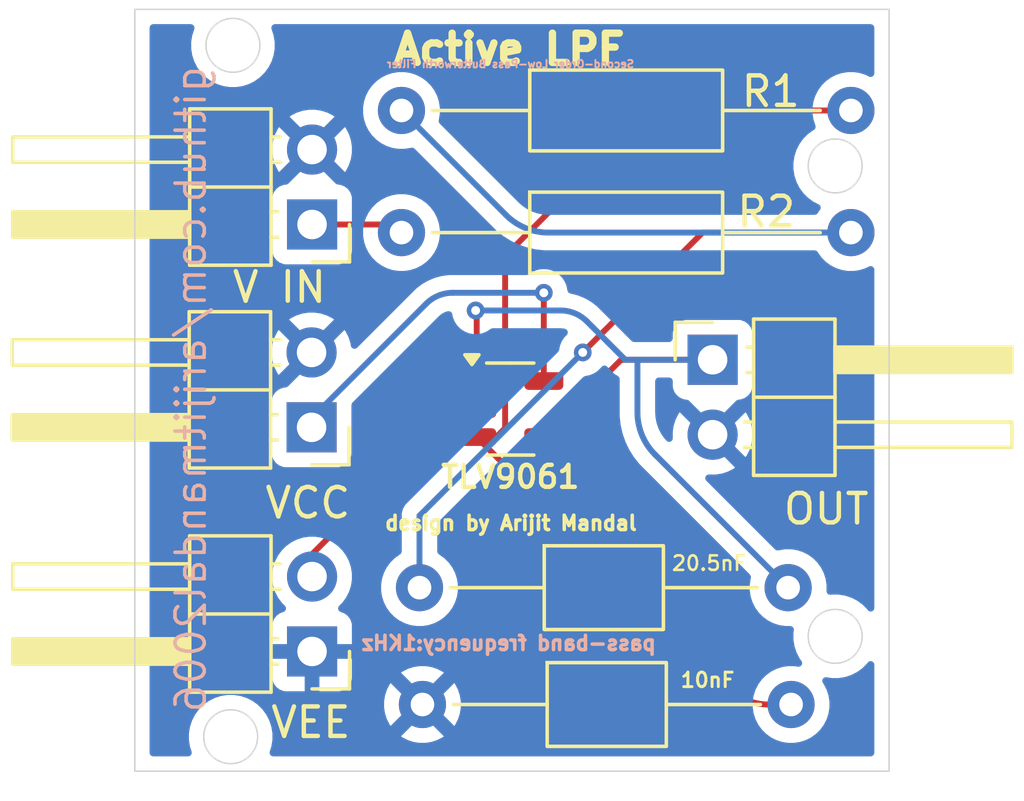
<source format=kicad_pcb>
(kicad_pcb (version 20241229) (generator "pcbnew") (generator_version "9.0")
  (layers (0 "F.Cu" signal) (2 "B.Cu" signal) (13 "F.Paste" user) (15 "B.Paste" user) (5 "F.SilkS" user "F.Silkscreen") (7 "B.SilkS" user "B.Silkscreen") (1 "F.Mask" user) (3 "B.Mask" user) (25 "Edge.Cuts" user))
  (net 0 "")
  (net 1 "out")
  (net 2 "Net-(C1-Pad1)")
  (net 3 "GND")
  (net 4 "Net-(U1-+)")
  (net 5 "in")
  (net 6 "VEE")
  (net 7 "VCC")
  (footprint "Capacitor_THT:C_Axial_L3.8mm_D2.6mm_P12.50mm_Horizontal" (layer "F.Cu") (at 139.3714 98.806)
    (property "Reference" "20.5nF" (at 9.8186 -0.826 0) (layer "F.SilkS") (effects (font (size 0.492 0.492) (thickness 0.087) (bold yes))))
    (property "Value" "20.5n")
    (fp_line (start 1.04 0) (end 4.23 0) (stroke (width 0.12)) (layer "F.SilkS"))
    (fp_line (start 11.46 0) (end 8.27 0) (stroke (width 0.12)) (layer "F.SilkS"))
    (fp_rect (start 4.23 -1.42) (end 8.27 1.42) (stroke (width 0.12)) (fill no) (layer "F.SilkS"))
    (pad "1" thru_hole circle (at 0 0) (size 1.6 1.6) (drill 0.8) (layers "*.Cu" "*.Mask") (net 2 "Net-(C1-Pad1)"))
    (pad "2" thru_hole circle (at 12.5 0) (size 1.6 1.6) (drill 0.8) (layers "*.Cu" "*.Mask") (net 1 "out"))
  )
  (footprint "Resistor_THT:R_Axial_DIN0207_L6.3mm_D2.5mm_P15.24mm_Horizontal" (layer "F.Cu") (at 138.7602 86.7664)
    (property "Reference" "R2" (at 12.3698 -0.7064 0) (layer "F.SilkS"))
    (property "Value" "9.53k")
    (fp_line (start 1.04 0) (end 4.35 0) (stroke (width 0.12)) (layer "F.SilkS"))
    (fp_line (start 14.2 0) (end 10.89 0) (stroke (width 0.12)) (layer "F.SilkS"))
    (fp_rect (start 4.35 -1.37) (end 10.89 1.37) (stroke (width 0.12)) (fill no) (layer "F.SilkS"))
    (pad "1" thru_hole circle (at 0 0) (size 1.6 1.6) (drill 0.8) (layers "*.Cu" "*.Mask") (net 5 "in"))
    (pad "2" thru_hole circle (at 15.24 0) (size 1.6 1.6) (drill 0.8) (layers "*.Cu" "*.Mask") (net 2 "Net-(C1-Pad1)"))
  )
  (footprint "Connector_PinHeader_2.54mm:PinHeader_1x02_P2.54mm_Horizontal" (layer "F.Cu") (at 149.3104 91.0794)
    (property "Reference" "OUT" (at 3.8516 5.0596 0) (layer "F.SilkS"))
    (property "Value" "OUT")
    (fp_line (start -1.27 -1.27) (end 0 -1.27) (stroke (width 0.12)) (layer "F.SilkS"))
    (fp_line (start -1.27 0) (end -1.27 -1.27) (stroke (width 0.12)) (layer "F.SilkS"))
    (fp_line (start 1.077358 2.11) (end 1.39 2.11) (stroke (width 0.12)) (layer "F.SilkS"))
    (fp_line (start 1.077358 2.97) (end 1.39 2.97) (stroke (width 0.12)) (layer "F.SilkS"))
    (fp_line (start 1.16 -0.43) (end 1.39 -0.43) (stroke (width 0.12)) (layer "F.SilkS"))
    (fp_line (start 1.16 0.43) (end 1.39 0.43) (stroke (width 0.12)) (layer "F.SilkS"))
    (fp_line (start 1.39 -1.38) (end 1.39 3.92) (stroke (width 0.12)) (layer "F.SilkS"))
    (fp_line (start 1.39 1.27) (end 4.15 1.27) (stroke (width 0.12)) (layer "F.SilkS"))
    (fp_line (start 1.39 3.92) (end 4.15 3.92) (stroke (width 0.12)) (layer "F.SilkS"))
    (fp_line (start 4.15 -1.38) (end 1.39 -1.38) (stroke (width 0.12)) (layer "F.SilkS"))
    (fp_line (start 4.15 2.11) (end 10.15 2.11) (stroke (width 0.12)) (layer "F.SilkS"))
    (fp_line (start 4.15 3.92) (end 4.15 -1.38) (stroke (width 0.12)) (layer "F.SilkS"))
    (fp_line (start 10.15 2.11) (end 10.15 2.97) (stroke (width 0.12)) (layer "F.SilkS"))
    (fp_line (start 10.15 2.97) (end 4.15 2.97) (stroke (width 0.12)) (layer "F.SilkS"))
    (fp_rect (start 4.15 -0.43) (end 10.15 0.43) (stroke (width 0.12)) (fill yes) (layer "F.SilkS"))
    (pad "1" thru_hole rect (at 0 0) (size 1.7 1.7) (drill 1) (layers "*.Cu" "*.Mask") (net 1 "out"))
    (pad "2" thru_hole circle (at 0 2.54) (size 1.7 1.7) (drill 1) (layers "*.Cu" "*.Mask") (net 3 "GND"))
  )
  (footprint "Capacitor_THT:C_Axial_L3.8mm_D2.6mm_P12.50mm_Horizontal" (layer "F.Cu") (at 139.4714 102.7684)
    (property "Reference" "10nF" (at 9.6686 -0.8284 0) (layer "F.SilkS") (effects (font (size 0.492 0.492) (thickness 0.0992))))
    (property "Value" "10n")
    (fp_line (start 1.04 0) (end 4.23 0) (stroke (width 0.12)) (layer "F.SilkS"))
    (fp_line (start 11.46 0) (end 8.27 0) (stroke (width 0.12)) (layer "F.SilkS"))
    (fp_rect (start 4.23 -1.42) (end 8.27 1.42) (stroke (width 0.12)) (fill no) (layer "F.SilkS"))
    (pad "1" thru_hole circle (at 0 0) (size 1.6 1.6) (drill 0.8) (layers "*.Cu" "*.Mask") (net 3 "GND"))
    (pad "2" thru_hole circle (at 12.5 0) (size 1.6 1.6) (drill 0.8) (layers "*.Cu" "*.Mask") (net 4 "Net-(U1-+)"))
  )
  (footprint "Connector_PinHeader_2.54mm:PinHeader_1x02_P2.54mm_Horizontal" (layer "F.Cu") (at 135.7122 93.3704 180)
    (property "Reference" "VCC" (at 0.127 -2.5654 0) (layer "F.SilkS"))
    (property "Value" "5")
    (fp_line (start 10.15 2.97) (end 4.15 2.97) (stroke (width 0.12)) (layer "F.SilkS"))
    (fp_line (start 10.15 2.11) (end 10.15 2.97) (stroke (width 0.12)) (layer "F.SilkS"))
    (fp_line (start 4.15 3.92) (end 4.15 -1.38) (stroke (width 0.12)) (layer "F.SilkS"))
    (fp_line (start 4.15 2.11) (end 10.15 2.11) (stroke (width 0.12)) (layer "F.SilkS"))
    (fp_line (start 4.15 -1.38) (end 1.39 -1.38) (stroke (width 0.12)) (layer "F.SilkS"))
    (fp_line (start 1.39 3.92) (end 4.15 3.92) (stroke (width 0.12)) (layer "F.SilkS"))
    (fp_line (start 1.39 1.27) (end 4.15 1.27) (stroke (width 0.12)) (layer "F.SilkS"))
    (fp_line (start 1.39 -1.38) (end 1.39 3.92) (stroke (width 0.12)) (layer "F.SilkS"))
    (fp_line (start 1.16 0.43) (end 1.39 0.43) (stroke (width 0.12)) (layer "F.SilkS"))
    (fp_line (start 1.16 -0.43) (end 1.39 -0.43) (stroke (width 0.12)) (layer "F.SilkS"))
    (fp_line (start 1.077358 2.97) (end 1.39 2.97) (stroke (width 0.12)) (layer "F.SilkS"))
    (fp_line (start 1.077358 2.11) (end 1.39 2.11) (stroke (width 0.12)) (layer "F.SilkS"))
    (fp_line (start -1.27 0) (end -1.27 -1.27) (stroke (width 0.12)) (layer "F.SilkS"))
    (fp_line (start -1.27 -1.27) (end 0 -1.27) (stroke (width 0.12)) (layer "F.SilkS"))
    (fp_rect (start 4.15 -0.43) (end 10.15 0.43) (stroke (width 0.12)) (fill yes) (layer "F.SilkS"))
    (pad "1" thru_hole rect (at 0 0 180) (size 1.7 1.7) (drill 1) (layers "*.Cu" "*.Mask") (net 7 "VCC"))
    (pad "2" thru_hole circle (at 0 2.54 180) (size 1.7 1.7) (drill 1) (layers "*.Cu" "*.Mask") (net 3 "GND"))
  )
  (footprint "Package_TO_SOT_SMD:SOT-23-5" (layer "F.Cu") (at 142.4487 92.7506)
    (property "Reference" "TLV9061" (at 0.0013 2.2994 0) (layer "F.SilkS") (effects (font (size 0.746 0.746))))
    (property "Value" "TLV9061")
    (fp_line (start 0 -1.56) (end -0.8 -1.56) (stroke (width 0.12)) (layer "F.SilkS"))
    (fp_line (start 0 -1.56) (end 0.8 -1.56) (stroke (width 0.12)) (layer "F.SilkS"))
    (fp_line (start 0 1.56) (end -0.8 1.56) (stroke (width 0.12)) (layer "F.SilkS"))
    (fp_line (start 0 1.56) (end 0.8 1.56) (stroke (width 0.12)) (layer "F.SilkS"))
    (fp_poly (pts (xy -1.3 -1.51) (xy -1.54 -1.84) (xy -1.06 -1.84)) (stroke (width 0.12)) (fill yes) (layer "F.SilkS"))
    (pad "1" smd roundrect (at -1.1375 -0.95) (size 1.325 0.6) (layers "F.Cu" "F.Mask" "F.Paste") (net 1 "out"))
    (pad "2" smd roundrect (at -1.1375 0) (size 1.325 0.6) (layers "F.Cu" "F.Mask" "F.Paste") (net 6 "VEE"))
    (pad "3" smd roundrect (at -1.1375 0.95) (size 1.325 0.6) (layers "F.Cu" "F.Mask" "F.Paste") (net 4 "Net-(U1-+)"))
    (pad "4" smd roundrect (at 1.1375 0.95) (size 1.325 0.6) (layers "F.Cu" "F.Mask" "F.Paste") (net 1 "out"))
    (pad "5" smd roundrect (at 1.1375 -0.95) (size 1.325 0.6) (layers "F.Cu" "F.Mask" "F.Paste") (net 7 "VCC"))
  )
  (footprint "Resistor_THT:R_Axial_DIN0207_L6.3mm_D2.5mm_P15.24mm_Horizontal" (layer "F.Cu") (at 138.7602 82.6262)
    (property "Reference" "R1" (at 12.5198 -0.6462 0) (layer "F.SilkS"))
    (property "Value" "13k")
    (fp_line (start 1.04 0) (end 4.35 0) (stroke (width 0.12)) (layer "F.SilkS"))
    (fp_line (start 14.2 0) (end 10.89 0) (stroke (width 0.12)) (layer "F.SilkS"))
    (fp_rect (start 4.35 -1.37) (end 10.89 1.37) (stroke (width 0.12)) (fill no) (layer "F.SilkS"))
    (pad "1" thru_hole circle (at 0 0) (size 1.6 1.6) (drill 0.8) (layers "*.Cu" "*.Mask") (net 2 "Net-(C1-Pad1)"))
    (pad "2" thru_hole circle (at 15.24 0) (size 1.6 1.6) (drill 0.8) (layers "*.Cu" "*.Mask") (net 4 "Net-(U1-+)"))
  )
  (footprint "Connector_PinHeader_2.54mm:PinHeader_1x02_P2.54mm_Horizontal" (layer "F.Cu") (at 135.7284 86.492 180)
    (property "Reference" "V IN" (at 1.1084 -2.1286 0) (layer "F.SilkS"))
    (property "Value" "VSIN")
    (fp_line (start 10.15 2.97) (end 4.15 2.97) (stroke (width 0.12)) (layer "F.SilkS"))
    (fp_line (start 10.15 2.11) (end 10.15 2.97) (stroke (width 0.12)) (layer "F.SilkS"))
    (fp_line (start 4.15 3.92) (end 4.15 -1.38) (stroke (width 0.12)) (layer "F.SilkS"))
    (fp_line (start 4.15 2.11) (end 10.15 2.11) (stroke (width 0.12)) (layer "F.SilkS"))
    (fp_line (start 4.15 -1.38) (end 1.39 -1.38) (stroke (width 0.12)) (layer "F.SilkS"))
    (fp_line (start 1.39 3.92) (end 4.15 3.92) (stroke (width 0.12)) (layer "F.SilkS"))
    (fp_line (start 1.39 1.27) (end 4.15 1.27) (stroke (width 0.12)) (layer "F.SilkS"))
    (fp_line (start 1.39 -1.38) (end 1.39 3.92) (stroke (width 0.12)) (layer "F.SilkS"))
    (fp_line (start 1.16 0.43) (end 1.39 0.43) (stroke (width 0.12)) (layer "F.SilkS"))
    (fp_line (start 1.16 -0.43) (end 1.39 -0.43) (stroke (width 0.12)) (layer "F.SilkS"))
    (fp_line (start 1.077358 2.97) (end 1.39 2.97) (stroke (width 0.12)) (layer "F.SilkS"))
    (fp_line (start 1.077358 2.11) (end 1.39 2.11) (stroke (width 0.12)) (layer "F.SilkS"))
    (fp_line (start -1.27 0) (end -1.27 -1.27) (stroke (width 0.12)) (layer "F.SilkS"))
    (fp_line (start -1.27 -1.27) (end 0 -1.27) (stroke (width 0.12)) (layer "F.SilkS"))
    (fp_rect (start 4.15 -0.43) (end 10.15 0.43) (stroke (width 0.12)) (fill yes) (layer "F.SilkS"))
    (pad "1" thru_hole rect (at 0 0 180) (size 1.7 1.7) (drill 1) (layers "*.Cu" "*.Mask") (net 5 "in"))
    (pad "2" thru_hole circle (at 0 2.54 180) (size 1.7 1.7) (drill 1) (layers "*.Cu" "*.Mask") (net 3 "GND"))
  )
  (footprint "Connector_PinHeader_2.54mm:PinHeader_1x02_P2.54mm_Horizontal" (layer "F.Cu") (at 135.7284 100.97 180)
    (property "Reference" "VEE" (at 0.0416 -2.408 0) (layer "F.SilkS"))
    (property "Value" "5")
    (fp_line (start 10.15 2.97) (end 4.15 2.97) (stroke (width 0.12)) (layer "F.SilkS"))
    (fp_line (start 10.15 2.11) (end 10.15 2.97) (stroke (width 0.12)) (layer "F.SilkS"))
    (fp_line (start 4.15 3.92) (end 4.15 -1.38) (stroke (width 0.12)) (layer "F.SilkS"))
    (fp_line (start 4.15 2.11) (end 10.15 2.11) (stroke (width 0.12)) (layer "F.SilkS"))
    (fp_line (start 4.15 -1.38) (end 1.39 -1.38) (stroke (width 0.12)) (layer "F.SilkS"))
    (fp_line (start 1.39 3.92) (end 4.15 3.92) (stroke (width 0.12)) (layer "F.SilkS"))
    (fp_line (start 1.39 1.27) (end 4.15 1.27) (stroke (width 0.12)) (layer "F.SilkS"))
    (fp_line (start 1.39 -1.38) (end 1.39 3.92) (stroke (width 0.12)) (layer "F.SilkS"))
    (fp_line (start 1.16 0.43) (end 1.39 0.43) (stroke (width 0.12)) (layer "F.SilkS"))
    (fp_line (start 1.16 -0.43) (end 1.39 -0.43) (stroke (width 0.12)) (layer "F.SilkS"))
    (fp_line (start 1.077358 2.97) (end 1.39 2.97) (stroke (width 0.12)) (layer "F.SilkS"))
    (fp_line (start 1.077358 2.11) (end 1.39 2.11) (stroke (width 0.12)) (layer "F.SilkS"))
    (fp_line (start -1.27 0) (end -1.27 -1.27) (stroke (width 0.12)) (layer "F.SilkS"))
    (fp_line (start -1.27 -1.27) (end 0 -1.27) (stroke (width 0.12)) (layer "F.SilkS"))
    (fp_rect (start 4.15 -0.43) (end 10.15 0.43) (stroke (width 0.12)) (fill yes) (layer "F.SilkS"))
    (pad "1" thru_hole rect (at 0 0 180) (size 1.7 1.7) (drill 1) (layers "*.Cu" "*.Mask") (net 3 "GND"))
    (pad "2" thru_hole circle (at 0 2.54 180) (size 1.7 1.7) (drill 1) (layers "*.Cu" "*.Mask") (net 6 "VEE"))
  )
  (gr_circle (center 153.4668 100.457) (end 154.3812 100.457) (stroke (width 0.05)) (fill no) (layer "Edge.Cuts"))
  (gr_circle (center 132.969 103.8606) (end 133.8834 103.8606) (stroke (width 0.05)) (fill no) (layer "Edge.Cuts"))
  (gr_circle (center 153.4668 84.5058) (end 154.3812 84.5058) (stroke (width 0.05)) (fill no) (layer "Edge.Cuts"))
  (gr_circle (center 133.0452 80.4164) (end 133.9596 80.4164) (stroke (width 0.05)) (fill no) (layer "Edge.Cuts"))
  (gr_rect (start 129.7178 79.1972) (end 155.2956 105.029) (stroke (width 0.05)) (fill no) (layer "Edge.Cuts"))
  (gr_text "design by Arijit Mandal" (at 138.139614 96.9 0) (layer "F.SilkS") (effects (font (size 0.484 0.484) (thickness 0.121) (bold yes)) (justify left bottom)))
  (gr_text "Active LPF" (at 138.378675 81.13 0) (layer "F.SilkS") (effects (font (size 0.992 0.992) (thickness 0.248) (bold yes)) (justify left bottom)))
  (gr_text " pass-band frequency:1KHz" (at 147.820768 100.97 0) (layer "B.SilkS") (effects (font (size 0.484 0.484) (thickness 0.121) (bold yes)) (justify left bottom mirror)))
  (gr_text " Second-Order Low-Pass Butterworth Filter" (at 146.876566 81.2 0) (layer "B.SilkS") (effects (font (size 0.254 0.254) (thickness 0.0635) (bold yes)) (justify left bottom mirror)))
  (gr_text "github.com/arijitmandal2006" (at 132.2 92.08 90) (layer "B.SilkS") (effects (font (size 0.992 0.992) (thickness 0.121) (bold yes)) (justify bottom mirror)))
  (segment (start 141.3112 91.8006) (end 141.3112 89.4444) (width 0.2) (layer "F.Cu") (net 1))
  (segment (start 149.3104 91.0794) (end 146.260005 91.0794) (width 0.2) (layer "F.Cu") (net 1))
  (segment (start 146.170202 91.116598) (end 143.5862 93.7006) (width 0.2) (layer "F.Cu") (net 1))
  (segment (start 141.3112 89.4444) (end 141.2748 89.408) (width 0.2) (layer "F.Cu") (net 1))
  (via (at 141.2748 89.408) (size 0.6) (drill 0.3) (layers "F.Cu" "B.Cu") (net 1))
  (arc (start 146.170202 91.116598) (mid 146.211404 91.089068) (end 146.260005 91.0794) (width 0.2) (layer "F.Cu") (net 1))
  (segment (start 146.7612 91.0794) (end 149.3104 91.0794) (width 0.2) (layer "B.Cu") (net 1))
  (segment (start 147.356359 94.290959) (end 151.8714 98.806) (width 0.2) (layer "B.Cu") (net 1))
  (segment (start 141.2748 89.408) (end 144.152349 89.408) (width 0.2) (layer "B.Cu") (net 1))
  (segment (start 146.3498 91.0794) (end 146.7612 91.0794) (width 0.2) (layer "B.Cu") (net 1))
  (segment (start 145.050375 89.779975) (end 146.3498 91.0794) (width 0.2) (layer "B.Cu") (net 1))
  (segment (start 146.7612 91.0794) (end 146.7612 92.854118) (width 0.2) (layer "B.Cu") (net 1))
  (arc (start 144.152349 89.408) (mid 144.638357 89.504673) (end 145.050375 89.779975) (width 0.2) (layer "B.Cu") (net 1))
  (arc (start 147.356359 94.290959) (mid 146.915877 93.631731) (end 146.7612 92.854118) (width 0.2) (layer "B.Cu") (net 1))
  (segment (start 148.971 86.7664) (end 154.0002 86.7664) (width 0.2) (layer "F.Cu") (net 2))
  (segment (start 144.907 90.8304) (end 148.971 86.7664) (width 0.2) (layer "F.Cu") (net 2))
  (via (at 144.907 90.8304) (size 0.6) (drill 0.3) (layers "F.Cu" "B.Cu") (net 2))
  (segment (start 138.7602 82.6262) (end 142.305241 86.171241) (width 0.2) (layer "B.Cu") (net 2))
  (segment (start 139.3714 96.366) (end 144.907 90.8304) (width 0.2) (layer "B.Cu") (net 2))
  (segment (start 143.742082 86.7664) (end 154.0002 86.7664) (width 0.2) (layer "B.Cu") (net 2))
  (segment (start 139.3714 98.806) (end 139.3714 96.366) (width 0.2) (layer "B.Cu") (net 2))
  (arc (start 143.742082 86.7664) (mid 142.964469 86.611723) (end 142.305241 86.171241) (width 0.2) (layer "B.Cu") (net 2))
  (segment (start 141.973699 93.7006) (end 141.3112 93.7006) (width 0.2) (layer "F.Cu") (net 4))
  (segment (start 141.3112 93.7006) (end 144.1632 96.5526) (width 0.2) (layer "F.Cu") (net 4))
  (segment (start 144.1632 96.5526) (end 149.783841 102.173241) (width 0.2) (layer "F.Cu") (net 4))
  (segment (start 147.206657 82.6262) (end 142.2747 87.558157) (width 0.2) (layer "F.Cu") (net 4))
  (segment (start 151.220682 102.7684) (end 151.9714 102.7684) (width 0.2) (layer "F.Cu") (net 4))
  (segment (start 142.2747 87.558157) (end 142.2747 93.399599) (width 0.2) (layer "F.Cu") (net 4))
  (segment (start 142.2747 93.399599) (end 141.973699 93.7006) (width 0.2) (layer "F.Cu") (net 4))
  (segment (start 154.0002 82.6262) (end 147.206657 82.6262) (width 0.2) (layer "F.Cu") (net 4))
  (arc (start 151.220682 102.7684) (mid 150.443069 102.613723) (end 149.783841 102.173241) (width 0.2) (layer "F.Cu") (net 4))
  (segment (start 138.4858 86.492) (end 138.7602 86.7664) (width 0.2) (layer "F.Cu") (net 5))
  (segment (start 135.7284 86.492) (end 138.4858 86.492) (width 0.2) (layer "F.Cu") (net 5))
  (segment (start 141.3112 92.7506) (end 140.648701 92.7506) (width 0.2) (layer "F.Cu") (net 6))
  (segment (start 135.7284 97.670901) (end 135.7284 98.43) (width 0.2) (layer "F.Cu") (net 6))
  (segment (start 140.648701 92.7506) (end 135.7284 97.670901) (width 0.2) (layer "F.Cu") (net 6))
  (segment (start 143.5862 91.8006) (end 143.5862 88.808) (width 0.2) (layer "F.Cu") (net 7))
  (via (at 143.5862 88.808) (size 0.6) (drill 0.3) (layers "F.Cu" "B.Cu") (net 7))
  (segment (start 135.7122 93.0656) (end 135.7122 93.3704) (width 0.2) (layer "B.Cu") (net 7))
  (segment (start 139.597825 89.179975) (end 135.7122 93.0656) (width 0.2) (layer "B.Cu") (net 7))
  (segment (start 143.5862 88.808) (end 140.495851 88.808) (width 0.2) (layer "B.Cu") (net 7))
  (arc (start 140.495851 88.808) (mid 140.009843 88.904673) (end 139.597825 89.179975) (width 0.2) (layer "B.Cu") (net 7))
  (zone (net 3) (net_name "GND") (layer "B.Cu") (connect_pads (clearance 0.5)) (min_thickness 0.25) (fill yes (thermal_gap 0.5) (thermal_bridge_width 0.5))
    (polygon (pts (xy 129.53 78.88) (xy 155.55 78.88) (xy 155.7 105.42) (xy 129.35 105.31)))
  )
)
</source>
